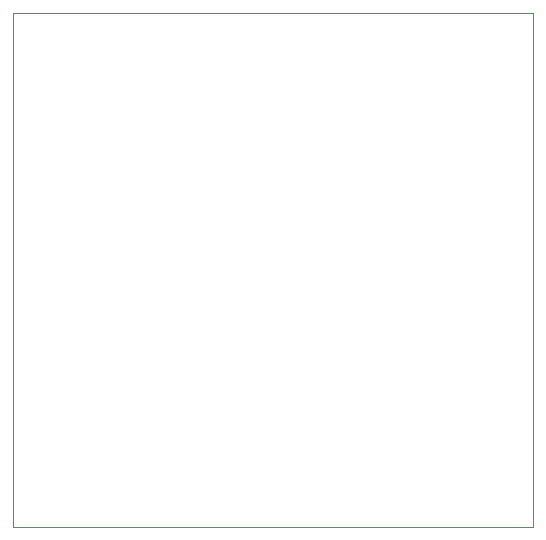
<source format=gm1>
%TF.GenerationSoftware,KiCad,Pcbnew,6.0.0*%
%TF.CreationDate,2022-01-23T14:05:38+02:00*%
%TF.ProjectId,colorlight-i5-ethernet,636f6c6f-726c-4696-9768-742d69352d65,rev?*%
%TF.SameCoordinates,Original*%
%TF.FileFunction,Profile,NP*%
%FSLAX46Y46*%
G04 Gerber Fmt 4.6, Leading zero omitted, Abs format (unit mm)*
G04 Created by KiCad (PCBNEW 6.0.0) date 2022-01-23 14:05:38*
%MOMM*%
%LPD*%
G01*
G04 APERTURE LIST*
%TA.AperFunction,Profile*%
%ADD10C,0.050000*%
%TD*%
G04 APERTURE END LIST*
D10*
X23000000Y-21500000D02*
X67000000Y-21500000D01*
X23000000Y-65000000D02*
X23000000Y-21500000D01*
X67000000Y-65000000D02*
X23000000Y-65000000D01*
X67000000Y-21500000D02*
X67000000Y-65000000D01*
M02*

</source>
